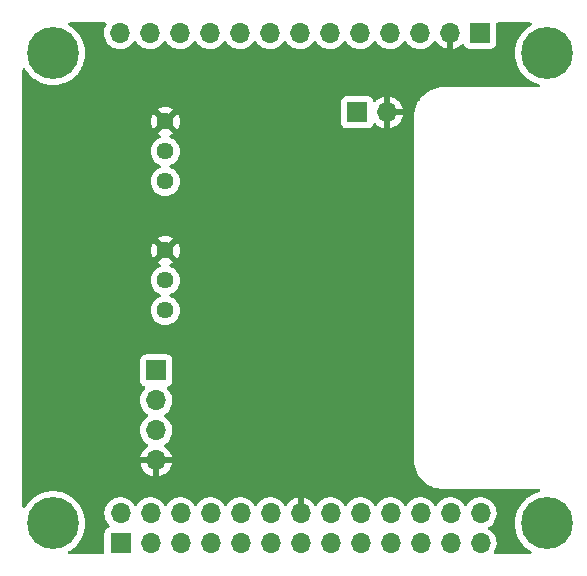
<source format=gbl>
G04 #@! TF.GenerationSoftware,KiCad,Pcbnew,6.0.11*
G04 #@! TF.CreationDate,2025-10-14T23:18:51+03:00*
G04 #@! TF.ProjectId,rns-gate,726e732d-6761-4746-952e-6b696361645f,rev?*
G04 #@! TF.SameCoordinates,Original*
G04 #@! TF.FileFunction,Copper,L2,Bot*
G04 #@! TF.FilePolarity,Positive*
%FSLAX46Y46*%
G04 Gerber Fmt 4.6, Leading zero omitted, Abs format (unit mm)*
G04 Created by KiCad (PCBNEW 6.0.11) date 2025-10-14 23:18:51*
%MOMM*%
%LPD*%
G01*
G04 APERTURE LIST*
G04 #@! TA.AperFunction,ComponentPad*
%ADD10R,1.700000X1.700000*%
G04 #@! TD*
G04 #@! TA.AperFunction,ComponentPad*
%ADD11O,1.700000X1.700000*%
G04 #@! TD*
G04 #@! TA.AperFunction,ComponentPad*
%ADD12C,0.700000*%
G04 #@! TD*
G04 #@! TA.AperFunction,ComponentPad*
%ADD13C,4.400000*%
G04 #@! TD*
G04 #@! TA.AperFunction,ComponentPad*
%ADD14C,1.440000*%
G04 #@! TD*
G04 APERTURE END LIST*
D10*
G04 #@! TO.P,J2,1,Pin_1*
G04 #@! TO.N,unconnected-(J2-Pad1)*
X170708000Y-95410000D03*
D11*
G04 #@! TO.P,J2,2,Pin_2*
G04 #@! TO.N,unconnected-(J2-Pad2)*
X170708000Y-92870000D03*
G04 #@! TO.P,J2,3,Pin_3*
G04 #@! TO.N,unconnected-(J2-Pad3)*
X173248000Y-95410000D03*
G04 #@! TO.P,J2,4,Pin_4*
G04 #@! TO.N,unconnected-(J2-Pad4)*
X173248000Y-92870000D03*
G04 #@! TO.P,J2,5,Pin_5*
G04 #@! TO.N,unconnected-(J2-Pad5)*
X175788000Y-95410000D03*
G04 #@! TO.P,J2,6,Pin_6*
G04 #@! TO.N,unconnected-(J2-Pad6)*
X175788000Y-92870000D03*
G04 #@! TO.P,J2,7,Pin_7*
G04 #@! TO.N,unconnected-(J2-Pad7)*
X178328000Y-95410000D03*
G04 #@! TO.P,J2,8,Pin_8*
G04 #@! TO.N,unconnected-(J2-Pad8)*
X178328000Y-92870000D03*
G04 #@! TO.P,J2,9,Pin_9*
G04 #@! TO.N,unconnected-(J2-Pad9)*
X180868000Y-95410000D03*
G04 #@! TO.P,J2,10,Pin_10*
G04 #@! TO.N,unconnected-(J2-Pad10)*
X180868000Y-92870000D03*
G04 #@! TO.P,J2,11,Pin_11*
G04 #@! TO.N,unconnected-(J2-Pad11)*
X183408000Y-95410000D03*
G04 #@! TO.P,J2,12,Pin_12*
G04 #@! TO.N,Net-(J2-Pad12)*
X183408000Y-92870000D03*
G04 #@! TO.P,J2,13,Pin_13*
G04 #@! TO.N,unconnected-(J2-Pad13)*
X185948000Y-95410000D03*
G04 #@! TO.P,J2,14,Pin_14*
G04 #@! TO.N,GND*
X185948000Y-92870000D03*
G04 #@! TO.P,J2,15,Pin_15*
G04 #@! TO.N,unconnected-(J2-Pad15)*
X188488000Y-95410000D03*
G04 #@! TO.P,J2,16,Pin_16*
G04 #@! TO.N,unconnected-(J2-Pad16)*
X188488000Y-92870000D03*
G04 #@! TO.P,J2,17,Pin_17*
G04 #@! TO.N,unconnected-(J2-Pad17)*
X191028000Y-95410000D03*
G04 #@! TO.P,J2,18,Pin_18*
G04 #@! TO.N,unconnected-(J2-Pad18)*
X191028000Y-92870000D03*
G04 #@! TO.P,J2,19,Pin_19*
G04 #@! TO.N,unconnected-(J2-Pad19)*
X193568000Y-95410000D03*
G04 #@! TO.P,J2,20,Pin_20*
G04 #@! TO.N,unconnected-(J2-Pad20)*
X193568000Y-92870000D03*
G04 #@! TO.P,J2,21,Pin_21*
G04 #@! TO.N,unconnected-(J2-Pad21)*
X196108000Y-95410000D03*
G04 #@! TO.P,J2,22,Pin_22*
G04 #@! TO.N,unconnected-(J2-Pad22)*
X196108000Y-92870000D03*
G04 #@! TO.P,J2,23,Pin_23*
G04 #@! TO.N,unconnected-(J2-Pad23)*
X198648000Y-95410000D03*
G04 #@! TO.P,J2,24,Pin_24*
G04 #@! TO.N,unconnected-(J2-Pad24)*
X198648000Y-92870000D03*
G04 #@! TO.P,J2,25,Pin_25*
G04 #@! TO.N,unconnected-(J2-Pad25)*
X201188000Y-95410000D03*
G04 #@! TO.P,J2,26,Pin_26*
G04 #@! TO.N,unconnected-(J2-Pad26)*
X201188000Y-92870000D03*
G04 #@! TD*
D10*
G04 #@! TO.P,J1,1,Pin_1*
G04 #@! TO.N,+5V*
X201158000Y-52210000D03*
D11*
G04 #@! TO.P,J1,2,Pin_2*
G04 #@! TO.N,GND*
X198618000Y-52210000D03*
G04 #@! TO.P,J1,3,Pin_3*
G04 #@! TO.N,unconnected-(J1-Pad3)*
X196078000Y-52210000D03*
G04 #@! TO.P,J1,4,Pin_4*
G04 #@! TO.N,unconnected-(J1-Pad4)*
X193538000Y-52210000D03*
G04 #@! TO.P,J1,5,Pin_5*
G04 #@! TO.N,unconnected-(J1-Pad5)*
X190998000Y-52210000D03*
G04 #@! TO.P,J1,6,Pin_6*
G04 #@! TO.N,unconnected-(J1-Pad6)*
X188458000Y-52210000D03*
G04 #@! TO.P,J1,7,Pin_7*
G04 #@! TO.N,unconnected-(J1-Pad7)*
X185918000Y-52210000D03*
G04 #@! TO.P,J1,8,Pin_8*
G04 #@! TO.N,Net-(J1-Pad8)*
X183378000Y-52210000D03*
G04 #@! TO.P,J1,9,Pin_9*
G04 #@! TO.N,unconnected-(J1-Pad9)*
X180838000Y-52210000D03*
G04 #@! TO.P,J1,10,Pin_10*
G04 #@! TO.N,unconnected-(J1-Pad10)*
X178298000Y-52210000D03*
G04 #@! TO.P,J1,11,Pin_11*
G04 #@! TO.N,Net-(J1-Pad11)*
X175758000Y-52210000D03*
G04 #@! TO.P,J1,12,Pin_12*
G04 #@! TO.N,Net-(J1-Pad12)*
X173218000Y-52210000D03*
G04 #@! TO.P,J1,13,Pin_13*
G04 #@! TO.N,unconnected-(J1-Pad13)*
X170678000Y-52210000D03*
G04 #@! TD*
D12*
G04 #@! TO.P,REF1,1*
G04 #@! TO.N,N/C*
X166166726Y-52743274D03*
X165000000Y-55560000D03*
D13*
X165000000Y-53910000D03*
D12*
X163833274Y-55076726D03*
X166650000Y-53910000D03*
X163350000Y-53910000D03*
X163833274Y-52743274D03*
X165000000Y-52260000D03*
X166166726Y-55076726D03*
G04 #@! TD*
G04 #@! TO.P,REF3,1*
G04 #@! TO.N,N/C*
X166166726Y-92543274D03*
X165000000Y-95360000D03*
X163350000Y-93710000D03*
X166166726Y-94876726D03*
X165000000Y-92060000D03*
X163833274Y-92543274D03*
X166650000Y-93710000D03*
X163833274Y-94876726D03*
D13*
X165000000Y-93710000D03*
G04 #@! TD*
D12*
G04 #@! TO.P,REF2,1*
G04 #@! TO.N,N/C*
X208450000Y-53910000D03*
X206800000Y-55560000D03*
X207966726Y-52743274D03*
X206800000Y-52260000D03*
D13*
X206800000Y-53910000D03*
D12*
X205150000Y-53910000D03*
X205633274Y-52743274D03*
X207966726Y-55076726D03*
X205633274Y-55076726D03*
G04 #@! TD*
G04 #@! TO.P,REF4,1*
G04 #@! TO.N,N/C*
X205633274Y-94876726D03*
X207966726Y-92543274D03*
X206800000Y-92060000D03*
X208450000Y-93710000D03*
X205150000Y-93710000D03*
X205633274Y-92543274D03*
X206800000Y-95360000D03*
D13*
X206800000Y-93710000D03*
D12*
X207966726Y-94876726D03*
G04 #@! TD*
D10*
G04 #@! TO.P,J3,1,Pin_1*
G04 #@! TO.N,+5V*
X190749000Y-58928000D03*
D11*
G04 #@! TO.P,J3,2,Pin_2*
G04 #@! TO.N,GND*
X193289000Y-58928000D03*
G04 #@! TD*
D14*
G04 #@! TO.P,RV2,1,1*
G04 #@! TO.N,Net-(C1-Pad2)*
X174498000Y-64780000D03*
G04 #@! TO.P,RV2,2,2*
G04 #@! TO.N,Net-(C2-Pad1)*
X174498000Y-62240000D03*
G04 #@! TO.P,RV2,3,3*
G04 #@! TO.N,GND*
X174498000Y-59700000D03*
G04 #@! TD*
D10*
G04 #@! TO.P,J5,1,Pin_1*
G04 #@! TO.N,Net-(J5-Pad1)*
X173736000Y-80782000D03*
D11*
G04 #@! TO.P,J5,2,Pin_2*
G04 #@! TO.N,Net-(J5-Pad2)*
X173736000Y-83322000D03*
G04 #@! TO.P,J5,3,Pin_3*
G04 #@! TO.N,Net-(Q1-Pad3)*
X173736000Y-85862000D03*
G04 #@! TO.P,J5,4,Pin_4*
G04 #@! TO.N,GND*
X173736000Y-88402000D03*
G04 #@! TD*
D14*
G04 #@! TO.P,RV1,1,1*
G04 #@! TO.N,Net-(RV1-Pad1)*
X174498000Y-75702000D03*
G04 #@! TO.P,RV1,2,2*
G04 #@! TO.N,Net-(J5-Pad2)*
X174498000Y-73162000D03*
G04 #@! TO.P,RV1,3,3*
G04 #@! TO.N,GND*
X174498000Y-70622000D03*
G04 #@! TD*
G04 #@! TA.AperFunction,Conductor*
G04 #@! TO.N,GND*
G36*
X169471221Y-51338502D02*
G01*
X169517714Y-51392158D01*
X169527818Y-51462432D01*
X169507189Y-51515503D01*
X169492743Y-51536680D01*
X169454981Y-51618031D01*
X169426273Y-51679879D01*
X169398688Y-51739305D01*
X169338989Y-51954570D01*
X169315251Y-52176695D01*
X169328110Y-52399715D01*
X169329247Y-52404761D01*
X169329248Y-52404767D01*
X169350275Y-52498069D01*
X169377222Y-52617639D01*
X169461266Y-52824616D01*
X169512942Y-52908944D01*
X169575291Y-53010688D01*
X169577987Y-53015088D01*
X169724250Y-53183938D01*
X169896126Y-53326632D01*
X170089000Y-53439338D01*
X170297692Y-53519030D01*
X170302760Y-53520061D01*
X170302763Y-53520062D01*
X170397862Y-53539410D01*
X170516597Y-53563567D01*
X170521772Y-53563757D01*
X170521774Y-53563757D01*
X170734673Y-53571564D01*
X170734677Y-53571564D01*
X170739837Y-53571753D01*
X170744957Y-53571097D01*
X170744959Y-53571097D01*
X170956288Y-53544025D01*
X170956289Y-53544025D01*
X170961416Y-53543368D01*
X170966366Y-53541883D01*
X171170429Y-53480661D01*
X171170434Y-53480659D01*
X171175384Y-53479174D01*
X171375994Y-53380896D01*
X171557860Y-53251173D01*
X171716096Y-53093489D01*
X171775594Y-53010689D01*
X171846453Y-52912077D01*
X171847776Y-52913028D01*
X171894645Y-52869857D01*
X171964580Y-52857625D01*
X172030026Y-52885144D01*
X172057875Y-52916994D01*
X172117987Y-53015088D01*
X172264250Y-53183938D01*
X172436126Y-53326632D01*
X172629000Y-53439338D01*
X172837692Y-53519030D01*
X172842760Y-53520061D01*
X172842763Y-53520062D01*
X172937862Y-53539410D01*
X173056597Y-53563567D01*
X173061772Y-53563757D01*
X173061774Y-53563757D01*
X173274673Y-53571564D01*
X173274677Y-53571564D01*
X173279837Y-53571753D01*
X173284957Y-53571097D01*
X173284959Y-53571097D01*
X173496288Y-53544025D01*
X173496289Y-53544025D01*
X173501416Y-53543368D01*
X173506366Y-53541883D01*
X173710429Y-53480661D01*
X173710434Y-53480659D01*
X173715384Y-53479174D01*
X173915994Y-53380896D01*
X174097860Y-53251173D01*
X174256096Y-53093489D01*
X174315594Y-53010689D01*
X174386453Y-52912077D01*
X174387776Y-52913028D01*
X174434645Y-52869857D01*
X174504580Y-52857625D01*
X174570026Y-52885144D01*
X174597875Y-52916994D01*
X174657987Y-53015088D01*
X174804250Y-53183938D01*
X174976126Y-53326632D01*
X175169000Y-53439338D01*
X175377692Y-53519030D01*
X175382760Y-53520061D01*
X175382763Y-53520062D01*
X175477862Y-53539410D01*
X175596597Y-53563567D01*
X175601772Y-53563757D01*
X175601774Y-53563757D01*
X175814673Y-53571564D01*
X175814677Y-53571564D01*
X175819837Y-53571753D01*
X175824957Y-53571097D01*
X175824959Y-53571097D01*
X176036288Y-53544025D01*
X176036289Y-53544025D01*
X176041416Y-53543368D01*
X176046366Y-53541883D01*
X176250429Y-53480661D01*
X176250434Y-53480659D01*
X176255384Y-53479174D01*
X176455994Y-53380896D01*
X176637860Y-53251173D01*
X176796096Y-53093489D01*
X176855594Y-53010689D01*
X176926453Y-52912077D01*
X176927776Y-52913028D01*
X176974645Y-52869857D01*
X177044580Y-52857625D01*
X177110026Y-52885144D01*
X177137875Y-52916994D01*
X177197987Y-53015088D01*
X177344250Y-53183938D01*
X177516126Y-53326632D01*
X177709000Y-53439338D01*
X177917692Y-53519030D01*
X177922760Y-53520061D01*
X177922763Y-53520062D01*
X178017862Y-53539410D01*
X178136597Y-53563567D01*
X178141772Y-53563757D01*
X178141774Y-53563757D01*
X178354673Y-53571564D01*
X178354677Y-53571564D01*
X178359837Y-53571753D01*
X178364957Y-53571097D01*
X178364959Y-53571097D01*
X178576288Y-53544025D01*
X178576289Y-53544025D01*
X178581416Y-53543368D01*
X178586366Y-53541883D01*
X178790429Y-53480661D01*
X178790434Y-53480659D01*
X178795384Y-53479174D01*
X178995994Y-53380896D01*
X179177860Y-53251173D01*
X179336096Y-53093489D01*
X179395594Y-53010689D01*
X179466453Y-52912077D01*
X179467776Y-52913028D01*
X179514645Y-52869857D01*
X179584580Y-52857625D01*
X179650026Y-52885144D01*
X179677875Y-52916994D01*
X179737987Y-53015088D01*
X179884250Y-53183938D01*
X180056126Y-53326632D01*
X180249000Y-53439338D01*
X180457692Y-53519030D01*
X180462760Y-53520061D01*
X180462763Y-53520062D01*
X180557862Y-53539410D01*
X180676597Y-53563567D01*
X180681772Y-53563757D01*
X180681774Y-53563757D01*
X180894673Y-53571564D01*
X180894677Y-53571564D01*
X180899837Y-53571753D01*
X180904957Y-53571097D01*
X180904959Y-53571097D01*
X181116288Y-53544025D01*
X181116289Y-53544025D01*
X181121416Y-53543368D01*
X181126366Y-53541883D01*
X181330429Y-53480661D01*
X181330434Y-53480659D01*
X181335384Y-53479174D01*
X181535994Y-53380896D01*
X181717860Y-53251173D01*
X181876096Y-53093489D01*
X181935594Y-53010689D01*
X182006453Y-52912077D01*
X182007776Y-52913028D01*
X182054645Y-52869857D01*
X182124580Y-52857625D01*
X182190026Y-52885144D01*
X182217875Y-52916994D01*
X182277987Y-53015088D01*
X182424250Y-53183938D01*
X182596126Y-53326632D01*
X182789000Y-53439338D01*
X182997692Y-53519030D01*
X183002760Y-53520061D01*
X183002763Y-53520062D01*
X183097862Y-53539410D01*
X183216597Y-53563567D01*
X183221772Y-53563757D01*
X183221774Y-53563757D01*
X183434673Y-53571564D01*
X183434677Y-53571564D01*
X183439837Y-53571753D01*
X183444957Y-53571097D01*
X183444959Y-53571097D01*
X183656288Y-53544025D01*
X183656289Y-53544025D01*
X183661416Y-53543368D01*
X183666366Y-53541883D01*
X183870429Y-53480661D01*
X183870434Y-53480659D01*
X183875384Y-53479174D01*
X184075994Y-53380896D01*
X184257860Y-53251173D01*
X184416096Y-53093489D01*
X184475594Y-53010689D01*
X184546453Y-52912077D01*
X184547776Y-52913028D01*
X184594645Y-52869857D01*
X184664580Y-52857625D01*
X184730026Y-52885144D01*
X184757875Y-52916994D01*
X184817987Y-53015088D01*
X184964250Y-53183938D01*
X185136126Y-53326632D01*
X185329000Y-53439338D01*
X185537692Y-53519030D01*
X185542760Y-53520061D01*
X185542763Y-53520062D01*
X185637862Y-53539410D01*
X185756597Y-53563567D01*
X185761772Y-53563757D01*
X185761774Y-53563757D01*
X185974673Y-53571564D01*
X185974677Y-53571564D01*
X185979837Y-53571753D01*
X185984957Y-53571097D01*
X185984959Y-53571097D01*
X186196288Y-53544025D01*
X186196289Y-53544025D01*
X186201416Y-53543368D01*
X186206366Y-53541883D01*
X186410429Y-53480661D01*
X186410434Y-53480659D01*
X186415384Y-53479174D01*
X186615994Y-53380896D01*
X186797860Y-53251173D01*
X186956096Y-53093489D01*
X187015594Y-53010689D01*
X187086453Y-52912077D01*
X187087776Y-52913028D01*
X187134645Y-52869857D01*
X187204580Y-52857625D01*
X187270026Y-52885144D01*
X187297875Y-52916994D01*
X187357987Y-53015088D01*
X187504250Y-53183938D01*
X187676126Y-53326632D01*
X187869000Y-53439338D01*
X188077692Y-53519030D01*
X188082760Y-53520061D01*
X188082763Y-53520062D01*
X188177862Y-53539410D01*
X188296597Y-53563567D01*
X188301772Y-53563757D01*
X188301774Y-53563757D01*
X188514673Y-53571564D01*
X188514677Y-53571564D01*
X188519837Y-53571753D01*
X188524957Y-53571097D01*
X188524959Y-53571097D01*
X188736288Y-53544025D01*
X188736289Y-53544025D01*
X188741416Y-53543368D01*
X188746366Y-53541883D01*
X188950429Y-53480661D01*
X188950434Y-53480659D01*
X188955384Y-53479174D01*
X189155994Y-53380896D01*
X189337860Y-53251173D01*
X189496096Y-53093489D01*
X189555594Y-53010689D01*
X189626453Y-52912077D01*
X189627776Y-52913028D01*
X189674645Y-52869857D01*
X189744580Y-52857625D01*
X189810026Y-52885144D01*
X189837875Y-52916994D01*
X189897987Y-53015088D01*
X190044250Y-53183938D01*
X190216126Y-53326632D01*
X190409000Y-53439338D01*
X190617692Y-53519030D01*
X190622760Y-53520061D01*
X190622763Y-53520062D01*
X190717862Y-53539410D01*
X190836597Y-53563567D01*
X190841772Y-53563757D01*
X190841774Y-53563757D01*
X191054673Y-53571564D01*
X191054677Y-53571564D01*
X191059837Y-53571753D01*
X191064957Y-53571097D01*
X191064959Y-53571097D01*
X191276288Y-53544025D01*
X191276289Y-53544025D01*
X191281416Y-53543368D01*
X191286366Y-53541883D01*
X191490429Y-53480661D01*
X191490434Y-53480659D01*
X191495384Y-53479174D01*
X191695994Y-53380896D01*
X191877860Y-53251173D01*
X192036096Y-53093489D01*
X192095594Y-53010689D01*
X192166453Y-52912077D01*
X192167776Y-52913028D01*
X192214645Y-52869857D01*
X192284580Y-52857625D01*
X192350026Y-52885144D01*
X192377875Y-52916994D01*
X192437987Y-53015088D01*
X192584250Y-53183938D01*
X192756126Y-53326632D01*
X192949000Y-53439338D01*
X193157692Y-53519030D01*
X193162760Y-53520061D01*
X193162763Y-53520062D01*
X193257862Y-53539410D01*
X193376597Y-53563567D01*
X193381772Y-53563757D01*
X193381774Y-53563757D01*
X193594673Y-53571564D01*
X193594677Y-53571564D01*
X193599837Y-53571753D01*
X193604957Y-53571097D01*
X193604959Y-53571097D01*
X193816288Y-53544025D01*
X193816289Y-53544025D01*
X193821416Y-53543368D01*
X193826366Y-53541883D01*
X194030429Y-53480661D01*
X194030434Y-53480659D01*
X194035384Y-53479174D01*
X194235994Y-53380896D01*
X194417860Y-53251173D01*
X194576096Y-53093489D01*
X194635594Y-53010689D01*
X194706453Y-52912077D01*
X194707776Y-52913028D01*
X194754645Y-52869857D01*
X194824580Y-52857625D01*
X194890026Y-52885144D01*
X194917875Y-52916994D01*
X194977987Y-53015088D01*
X195124250Y-53183938D01*
X195296126Y-53326632D01*
X195489000Y-53439338D01*
X195697692Y-53519030D01*
X195702760Y-53520061D01*
X195702763Y-53520062D01*
X195797862Y-53539410D01*
X195916597Y-53563567D01*
X195921772Y-53563757D01*
X195921774Y-53563757D01*
X196134673Y-53571564D01*
X196134677Y-53571564D01*
X196139837Y-53571753D01*
X196144957Y-53571097D01*
X196144959Y-53571097D01*
X196356288Y-53544025D01*
X196356289Y-53544025D01*
X196361416Y-53543368D01*
X196366366Y-53541883D01*
X196570429Y-53480661D01*
X196570434Y-53480659D01*
X196575384Y-53479174D01*
X196775994Y-53380896D01*
X196957860Y-53251173D01*
X197116096Y-53093489D01*
X197175594Y-53010689D01*
X197246453Y-52912077D01*
X197247640Y-52912930D01*
X197294960Y-52869362D01*
X197364897Y-52857145D01*
X197430338Y-52884678D01*
X197458166Y-52916511D01*
X197515694Y-53010388D01*
X197521777Y-53018699D01*
X197661213Y-53179667D01*
X197668580Y-53186883D01*
X197832434Y-53322916D01*
X197840881Y-53328831D01*
X198024756Y-53436279D01*
X198034042Y-53440729D01*
X198233001Y-53516703D01*
X198242899Y-53519579D01*
X198346250Y-53540606D01*
X198360299Y-53539410D01*
X198364000Y-53529065D01*
X198364000Y-52082000D01*
X198384002Y-52013879D01*
X198437658Y-51967386D01*
X198490000Y-51956000D01*
X198746000Y-51956000D01*
X198814121Y-51976002D01*
X198860614Y-52029658D01*
X198872000Y-52082000D01*
X198872000Y-53528517D01*
X198876064Y-53542359D01*
X198889478Y-53544393D01*
X198896184Y-53543534D01*
X198906262Y-53541392D01*
X199110255Y-53480191D01*
X199119842Y-53476433D01*
X199311095Y-53382739D01*
X199319945Y-53377464D01*
X199493328Y-53253792D01*
X199501193Y-53247145D01*
X199605897Y-53142805D01*
X199668268Y-53108889D01*
X199739075Y-53114077D01*
X199795837Y-53156723D01*
X199812819Y-53187826D01*
X199857385Y-53306705D01*
X199944739Y-53423261D01*
X200061295Y-53510615D01*
X200197684Y-53561745D01*
X200259866Y-53568500D01*
X202056134Y-53568500D01*
X202118316Y-53561745D01*
X202254705Y-53510615D01*
X202371261Y-53423261D01*
X202458615Y-53306705D01*
X202509745Y-53170316D01*
X202516500Y-53108134D01*
X202516500Y-51444500D01*
X202536502Y-51376379D01*
X202590158Y-51329886D01*
X202642500Y-51318500D01*
X205400281Y-51318500D01*
X205468402Y-51338502D01*
X205514895Y-51392158D01*
X205524999Y-51462432D01*
X205495505Y-51527012D01*
X205464704Y-51552785D01*
X205278074Y-51663817D01*
X205278068Y-51663821D01*
X205274814Y-51665757D01*
X205016244Y-51865243D01*
X204783513Y-52094347D01*
X204781149Y-52097314D01*
X204781146Y-52097317D01*
X204764220Y-52118558D01*
X204579991Y-52349751D01*
X204408626Y-52627757D01*
X204271902Y-52924336D01*
X204270741Y-52927940D01*
X204270741Y-52927941D01*
X204262196Y-52954477D01*
X204171797Y-53235192D01*
X204171079Y-53238903D01*
X204171078Y-53238907D01*
X204110482Y-53552105D01*
X204110481Y-53552114D01*
X204109763Y-53555824D01*
X204109496Y-53559600D01*
X204109495Y-53559605D01*
X204108635Y-53571753D01*
X204086698Y-53881585D01*
X204102936Y-54207759D01*
X204103577Y-54211490D01*
X204103578Y-54211498D01*
X204118109Y-54296060D01*
X204158241Y-54529619D01*
X204251814Y-54842504D01*
X204382297Y-55141881D01*
X204384220Y-55145152D01*
X204384222Y-55145156D01*
X204424680Y-55213977D01*
X204547802Y-55423414D01*
X204550103Y-55426429D01*
X204743631Y-55680012D01*
X204743636Y-55680017D01*
X204745931Y-55683025D01*
X204973814Y-55916953D01*
X205046635Y-55975607D01*
X205225196Y-56119431D01*
X205225201Y-56119435D01*
X205228149Y-56121809D01*
X205505253Y-56294627D01*
X205801112Y-56432903D01*
X206111440Y-56534634D01*
X206148075Y-56541921D01*
X206210984Y-56574829D01*
X206246116Y-56636524D01*
X206242316Y-56707418D01*
X206200790Y-56765004D01*
X206134723Y-56790999D01*
X206123493Y-56791500D01*
X198145250Y-56791500D01*
X198124345Y-56789754D01*
X198109344Y-56787230D01*
X198109341Y-56787230D01*
X198104552Y-56786424D01*
X198098313Y-56786348D01*
X198096860Y-56786330D01*
X198096857Y-56786330D01*
X198092000Y-56786271D01*
X198083296Y-56787517D01*
X198072503Y-56788592D01*
X197807106Y-56803496D01*
X197525795Y-56851293D01*
X197251604Y-56930286D01*
X197248336Y-56931640D01*
X197248335Y-56931640D01*
X196991250Y-57038128D01*
X196991245Y-57038130D01*
X196987982Y-57039482D01*
X196738243Y-57177508D01*
X196505528Y-57342627D01*
X196292765Y-57532765D01*
X196102627Y-57745528D01*
X196035807Y-57839703D01*
X195973005Y-57928215D01*
X195937508Y-57978243D01*
X195799482Y-58227982D01*
X195798130Y-58231245D01*
X195798128Y-58231250D01*
X195691640Y-58488335D01*
X195690286Y-58491604D01*
X195611293Y-58765795D01*
X195563496Y-59047106D01*
X195561164Y-59088636D01*
X195549065Y-59304065D01*
X195547764Y-59316377D01*
X195546309Y-59325724D01*
X195550436Y-59357283D01*
X195551500Y-59373621D01*
X195551500Y-88241033D01*
X195550000Y-88260418D01*
X195546309Y-88284124D01*
X195547473Y-88293028D01*
X195547463Y-88293850D01*
X195548034Y-88299971D01*
X195563496Y-88575294D01*
X195611293Y-88856605D01*
X195690286Y-89130796D01*
X195799482Y-89394418D01*
X195937508Y-89644157D01*
X196102627Y-89876872D01*
X196292765Y-90089635D01*
X196505528Y-90279773D01*
X196738243Y-90444892D01*
X196987982Y-90582918D01*
X196991245Y-90584270D01*
X196991250Y-90584272D01*
X197248335Y-90690760D01*
X197251604Y-90692114D01*
X197525795Y-90771107D01*
X197807106Y-90818904D01*
X198056629Y-90832916D01*
X198070462Y-90834464D01*
X198079448Y-90835976D01*
X198085966Y-90836055D01*
X198087140Y-90836070D01*
X198087143Y-90836070D01*
X198092000Y-90836129D01*
X198111704Y-90833307D01*
X198119700Y-90832162D01*
X198137532Y-90830889D01*
X202913043Y-90829717D01*
X206116880Y-90828930D01*
X206185006Y-90848915D01*
X206231512Y-90902560D01*
X206241633Y-90972831D01*
X206212156Y-91037419D01*
X206153645Y-91075456D01*
X205857804Y-91165622D01*
X205857796Y-91165625D01*
X205854167Y-91166731D01*
X205555477Y-91298781D01*
X205530041Y-91313914D01*
X205278074Y-91463817D01*
X205278068Y-91463821D01*
X205274814Y-91465757D01*
X205271812Y-91468073D01*
X205080400Y-91615747D01*
X205016244Y-91665243D01*
X204783513Y-91894347D01*
X204781149Y-91897314D01*
X204781146Y-91897317D01*
X204665362Y-92042617D01*
X204579991Y-92149751D01*
X204408626Y-92427757D01*
X204407037Y-92431204D01*
X204305009Y-92652522D01*
X204271902Y-92724336D01*
X204270741Y-92727940D01*
X204270741Y-92727941D01*
X204262196Y-92754477D01*
X204171797Y-93035192D01*
X204171079Y-93038903D01*
X204171078Y-93038907D01*
X204110482Y-93352105D01*
X204110481Y-93352114D01*
X204109763Y-93355824D01*
X204109496Y-93359600D01*
X204109495Y-93359605D01*
X204087469Y-93670689D01*
X204086698Y-93681585D01*
X204090069Y-93749292D01*
X204101994Y-93988831D01*
X204102936Y-94007759D01*
X204103577Y-94011490D01*
X204103578Y-94011498D01*
X204156881Y-94321703D01*
X204158241Y-94329619D01*
X204159329Y-94333258D01*
X204159330Y-94333261D01*
X204231464Y-94574457D01*
X204251814Y-94642504D01*
X204253327Y-94645975D01*
X204253329Y-94645981D01*
X204284929Y-94718482D01*
X204382297Y-94941881D01*
X204384220Y-94945152D01*
X204384222Y-94945156D01*
X204426584Y-95017215D01*
X204547802Y-95223414D01*
X204550103Y-95226429D01*
X204743631Y-95480012D01*
X204743636Y-95480017D01*
X204745931Y-95483025D01*
X204807931Y-95546670D01*
X204950421Y-95692939D01*
X204973814Y-95716953D01*
X205046635Y-95775607D01*
X205225196Y-95919431D01*
X205225201Y-95919435D01*
X205228149Y-95921809D01*
X205308623Y-95971997D01*
X205463501Y-96068588D01*
X205510717Y-96121608D01*
X205521773Y-96191738D01*
X205493159Y-96256713D01*
X205433959Y-96295903D01*
X205396824Y-96301500D01*
X202464846Y-96301500D01*
X202396725Y-96281498D01*
X202350232Y-96227842D01*
X202340128Y-96157568D01*
X202356187Y-96112447D01*
X202356453Y-96112077D01*
X202455430Y-95911811D01*
X202520370Y-95698069D01*
X202549529Y-95476590D01*
X202551156Y-95410000D01*
X202532852Y-95187361D01*
X202478431Y-94970702D01*
X202389354Y-94765840D01*
X202309564Y-94642504D01*
X202270822Y-94582617D01*
X202270820Y-94582614D01*
X202268014Y-94578277D01*
X202117670Y-94413051D01*
X202113619Y-94409852D01*
X202113615Y-94409848D01*
X201946414Y-94277800D01*
X201946410Y-94277798D01*
X201942359Y-94274598D01*
X201901053Y-94251796D01*
X201851084Y-94201364D01*
X201836312Y-94131921D01*
X201861428Y-94065516D01*
X201888780Y-94038909D01*
X201937764Y-94003969D01*
X202067860Y-93911173D01*
X202226096Y-93753489D01*
X202248327Y-93722552D01*
X202353435Y-93576277D01*
X202356453Y-93572077D01*
X202369995Y-93544678D01*
X202453136Y-93376453D01*
X202453137Y-93376451D01*
X202455430Y-93371811D01*
X202520370Y-93158069D01*
X202549529Y-92936590D01*
X202551156Y-92870000D01*
X202532852Y-92647361D01*
X202478431Y-92430702D01*
X202389354Y-92225840D01*
X202330705Y-92135183D01*
X202270822Y-92042617D01*
X202270820Y-92042614D01*
X202268014Y-92038277D01*
X202117670Y-91873051D01*
X202113619Y-91869852D01*
X202113615Y-91869848D01*
X201946414Y-91737800D01*
X201946410Y-91737798D01*
X201942359Y-91734598D01*
X201929614Y-91727562D01*
X201850762Y-91684034D01*
X201746789Y-91626638D01*
X201741920Y-91624914D01*
X201741916Y-91624912D01*
X201541087Y-91553795D01*
X201541083Y-91553794D01*
X201536212Y-91552069D01*
X201531119Y-91551162D01*
X201531116Y-91551161D01*
X201321373Y-91513800D01*
X201321367Y-91513799D01*
X201316284Y-91512894D01*
X201242452Y-91511992D01*
X201098081Y-91510228D01*
X201098079Y-91510228D01*
X201092911Y-91510165D01*
X200872091Y-91543955D01*
X200659756Y-91613357D01*
X200461607Y-91716507D01*
X200457474Y-91719610D01*
X200457471Y-91719612D01*
X200287100Y-91847530D01*
X200282965Y-91850635D01*
X200128629Y-92012138D01*
X200021201Y-92169621D01*
X199966293Y-92214621D01*
X199895768Y-92222792D01*
X199832021Y-92191538D01*
X199811324Y-92167054D01*
X199730822Y-92042617D01*
X199730820Y-92042614D01*
X199728014Y-92038277D01*
X199577670Y-91873051D01*
X199573619Y-91869852D01*
X199573615Y-91869848D01*
X199406414Y-91737800D01*
X199406410Y-91737798D01*
X199402359Y-91734598D01*
X199389614Y-91727562D01*
X199310762Y-91684034D01*
X199206789Y-91626638D01*
X199201920Y-91624914D01*
X199201916Y-91624912D01*
X199001087Y-91553795D01*
X199001083Y-91553794D01*
X198996212Y-91552069D01*
X198991119Y-91551162D01*
X198991116Y-91551161D01*
X198781373Y-91513800D01*
X198781367Y-91513799D01*
X198776284Y-91512894D01*
X198702452Y-91511992D01*
X198558081Y-91510228D01*
X198558079Y-91510228D01*
X198552911Y-91510165D01*
X198332091Y-91543955D01*
X198119756Y-91613357D01*
X197921607Y-91716507D01*
X197917474Y-91719610D01*
X197917471Y-91719612D01*
X197747100Y-91847530D01*
X197742965Y-91850635D01*
X197588629Y-92012138D01*
X197481201Y-92169621D01*
X197426293Y-92214621D01*
X197355768Y-92222792D01*
X197292021Y-92191538D01*
X197271324Y-92167054D01*
X197190822Y-92042617D01*
X197190820Y-92042614D01*
X197188014Y-92038277D01*
X197037670Y-91873051D01*
X197033619Y-91869852D01*
X197033615Y-91869848D01*
X196866414Y-91737800D01*
X196866410Y-91737798D01*
X196862359Y-91734598D01*
X196849614Y-91727562D01*
X196770762Y-91684034D01*
X196666789Y-91626638D01*
X196661920Y-91624914D01*
X196661916Y-91624912D01*
X196461087Y-91553795D01*
X196461083Y-91553794D01*
X196456212Y-91552069D01*
X196451119Y-91551162D01*
X196451116Y-91551161D01*
X196241373Y-91513800D01*
X196241367Y-91513799D01*
X196236284Y-91512894D01*
X196162452Y-91511992D01*
X196018081Y-91510228D01*
X196018079Y-91510228D01*
X196012911Y-91510165D01*
X195792091Y-91543955D01*
X195579756Y-91613357D01*
X195381607Y-91716507D01*
X195377474Y-91719610D01*
X195377471Y-91719612D01*
X195207100Y-91847530D01*
X195202965Y-91850635D01*
X195048629Y-92012138D01*
X194941201Y-92169621D01*
X194886293Y-92214621D01*
X194815768Y-92222792D01*
X194752021Y-92191538D01*
X194731324Y-92167054D01*
X194650822Y-92042617D01*
X194650820Y-92042614D01*
X194648014Y-92038277D01*
X194497670Y-91873051D01*
X194493619Y-91869852D01*
X194493615Y-91869848D01*
X194326414Y-91737800D01*
X194326410Y-91737798D01*
X194322359Y-91734598D01*
X194309614Y-91727562D01*
X194230762Y-91684034D01*
X194126789Y-91626638D01*
X194121920Y-91624914D01*
X194121916Y-91624912D01*
X193921087Y-91553795D01*
X193921083Y-91553794D01*
X193916212Y-91552069D01*
X193911119Y-91551162D01*
X193911116Y-91551161D01*
X193701373Y-91513800D01*
X193701367Y-91513799D01*
X193696284Y-91512894D01*
X193622452Y-91511992D01*
X193478081Y-91510228D01*
X193478079Y-91510228D01*
X193472911Y-91510165D01*
X193252091Y-91543955D01*
X193039756Y-91613357D01*
X192841607Y-91716507D01*
X192837474Y-91719610D01*
X192837471Y-91719612D01*
X192667100Y-91847530D01*
X192662965Y-91850635D01*
X192508629Y-92012138D01*
X192401201Y-92169621D01*
X192346293Y-92214621D01*
X192275768Y-92222792D01*
X192212021Y-92191538D01*
X192191324Y-92167054D01*
X192110822Y-92042617D01*
X192110820Y-92042614D01*
X192108014Y-92038277D01*
X191957670Y-91873051D01*
X191953619Y-91869852D01*
X191953615Y-91869848D01*
X191786414Y-91737800D01*
X191786410Y-91737798D01*
X191782359Y-91734598D01*
X191769614Y-91727562D01*
X191690762Y-91684034D01*
X191586789Y-91626638D01*
X191581920Y-91624914D01*
X191581916Y-91624912D01*
X191381087Y-91553795D01*
X191381083Y-91553794D01*
X191376212Y-91552069D01*
X191371119Y-91551162D01*
X191371116Y-91551161D01*
X191161373Y-91513800D01*
X191161367Y-91513799D01*
X191156284Y-91512894D01*
X191082452Y-91511992D01*
X190938081Y-91510228D01*
X190938079Y-91510228D01*
X190932911Y-91510165D01*
X190712091Y-91543955D01*
X190499756Y-91613357D01*
X190301607Y-91716507D01*
X190297474Y-91719610D01*
X190297471Y-91719612D01*
X190127100Y-91847530D01*
X190122965Y-91850635D01*
X189968629Y-92012138D01*
X189861201Y-92169621D01*
X189806293Y-92214621D01*
X189735768Y-92222792D01*
X189672021Y-92191538D01*
X189651324Y-92167054D01*
X189570822Y-92042617D01*
X189570820Y-92042614D01*
X189568014Y-92038277D01*
X189417670Y-91873051D01*
X189413619Y-91869852D01*
X189413615Y-91869848D01*
X189246414Y-91737800D01*
X189246410Y-91737798D01*
X189242359Y-91734598D01*
X189229614Y-91727562D01*
X189150762Y-91684034D01*
X189046789Y-91626638D01*
X189041920Y-91624914D01*
X189041916Y-91624912D01*
X188841087Y-91553795D01*
X188841083Y-91553794D01*
X188836212Y-91552069D01*
X188831119Y-91551162D01*
X188831116Y-91551161D01*
X188621373Y-91513800D01*
X188621367Y-91513799D01*
X188616284Y-91512894D01*
X188542452Y-91511992D01*
X188398081Y-91510228D01*
X188398079Y-91510228D01*
X188392911Y-91510165D01*
X188172091Y-91543955D01*
X187959756Y-91613357D01*
X187761607Y-91716507D01*
X187757474Y-91719610D01*
X187757471Y-91719612D01*
X187587100Y-91847530D01*
X187582965Y-91850635D01*
X187428629Y-92012138D01*
X187321204Y-92169618D01*
X187320898Y-92170066D01*
X187265987Y-92215069D01*
X187195462Y-92223240D01*
X187131715Y-92191986D01*
X187111018Y-92167502D01*
X187030426Y-92042926D01*
X187024136Y-92034757D01*
X186880806Y-91877240D01*
X186873273Y-91870215D01*
X186706139Y-91738222D01*
X186697552Y-91732517D01*
X186511117Y-91629599D01*
X186501705Y-91625369D01*
X186300959Y-91554280D01*
X186290988Y-91551646D01*
X186219837Y-91538972D01*
X186206540Y-91540432D01*
X186202000Y-91554989D01*
X186202000Y-92998000D01*
X186181998Y-93066121D01*
X186128342Y-93112614D01*
X186076000Y-93124000D01*
X185820000Y-93124000D01*
X185751879Y-93103998D01*
X185705386Y-93050342D01*
X185694000Y-92998000D01*
X185694000Y-91553102D01*
X185690082Y-91539758D01*
X185675806Y-91537771D01*
X185637324Y-91543660D01*
X185627288Y-91546051D01*
X185424868Y-91612212D01*
X185415359Y-91616209D01*
X185226463Y-91714542D01*
X185217738Y-91720036D01*
X185047433Y-91847905D01*
X185039726Y-91854748D01*
X184892590Y-92008717D01*
X184886109Y-92016722D01*
X184781498Y-92170074D01*
X184726587Y-92215076D01*
X184656062Y-92223247D01*
X184592315Y-92191993D01*
X184571618Y-92167509D01*
X184490822Y-92042617D01*
X184490820Y-92042614D01*
X184488014Y-92038277D01*
X184337670Y-91873051D01*
X184333619Y-91869852D01*
X184333615Y-91869848D01*
X184166414Y-91737800D01*
X184166410Y-91737798D01*
X184162359Y-91734598D01*
X184149614Y-91727562D01*
X184070762Y-91684034D01*
X183966789Y-91626638D01*
X183961920Y-91624914D01*
X183961916Y-91624912D01*
X183761087Y-91553795D01*
X183761083Y-91553794D01*
X183756212Y-91552069D01*
X183751119Y-91551162D01*
X183751116Y-91551161D01*
X183541373Y-91513800D01*
X183541367Y-91513799D01*
X183536284Y-91512894D01*
X183462452Y-91511992D01*
X183318081Y-91510228D01*
X183318079Y-91510228D01*
X183312911Y-91510165D01*
X183092091Y-91543955D01*
X182879756Y-91613357D01*
X182681607Y-91716507D01*
X182677474Y-91719610D01*
X182677471Y-91719612D01*
X182507100Y-91847530D01*
X182502965Y-91850635D01*
X182348629Y-92012138D01*
X182241201Y-92169621D01*
X182186293Y-92214621D01*
X182115768Y-92222792D01*
X182052021Y-92191538D01*
X182031324Y-92167054D01*
X181950822Y-92042617D01*
X181950820Y-92042614D01*
X181948014Y-92038277D01*
X181797670Y-91873051D01*
X181793619Y-91869852D01*
X181793615Y-91869848D01*
X181626414Y-91737800D01*
X181626410Y-91737798D01*
X181622359Y-91734598D01*
X181609614Y-91727562D01*
X181530762Y-91684034D01*
X181426789Y-91626638D01*
X181421920Y-91624914D01*
X181421916Y-91624912D01*
X181221087Y-91553795D01*
X181221083Y-91553794D01*
X181216212Y-91552069D01*
X181211119Y-91551162D01*
X181211116Y-91551161D01*
X181001373Y-91513800D01*
X181001367Y-91513799D01*
X180996284Y-91512894D01*
X180922452Y-91511992D01*
X180778081Y-91510228D01*
X180778079Y-91510228D01*
X180772911Y-91510165D01*
X180552091Y-91543955D01*
X180339756Y-91613357D01*
X180141607Y-91716507D01*
X180137474Y-91719610D01*
X180137471Y-91719612D01*
X179967100Y-91847530D01*
X179962965Y-91850635D01*
X179808629Y-92012138D01*
X179701201Y-92169621D01*
X179646293Y-92214621D01*
X179575768Y-92222792D01*
X179512021Y-92191538D01*
X179491324Y-92167054D01*
X179410822Y-92042617D01*
X179410820Y-92042614D01*
X179408014Y-92038277D01*
X179257670Y-91873051D01*
X179253619Y-91869852D01*
X179253615Y-91869848D01*
X179086414Y-91737800D01*
X179086410Y-91737798D01*
X179082359Y-91734598D01*
X179069614Y-91727562D01*
X178990762Y-91684034D01*
X178886789Y-91626638D01*
X178881920Y-91624914D01*
X178881916Y-91624912D01*
X178681087Y-91553795D01*
X178681083Y-91553794D01*
X178676212Y-91552069D01*
X178671119Y-91551162D01*
X178671116Y-91551161D01*
X178461373Y-91513800D01*
X178461367Y-91513799D01*
X178456284Y-91512894D01*
X178382452Y-91511992D01*
X178238081Y-91510228D01*
X178238079Y-91510228D01*
X178232911Y-91510165D01*
X178012091Y-91543955D01*
X177799756Y-91613357D01*
X177601607Y-91716507D01*
X177597474Y-91719610D01*
X177597471Y-91719612D01*
X177427100Y-91847530D01*
X177422965Y-91850635D01*
X177268629Y-92012138D01*
X177161201Y-92169621D01*
X177106293Y-92214621D01*
X177035768Y-92222792D01*
X176972021Y-92191538D01*
X176951324Y-92167054D01*
X176870822Y-92042617D01*
X176870820Y-92042614D01*
X176868014Y-92038277D01*
X176717670Y-91873051D01*
X176713619Y-91869852D01*
X176713615Y-91869848D01*
X176546414Y-91737800D01*
X176546410Y-91737798D01*
X176542359Y-91734598D01*
X176529614Y-91727562D01*
X176450762Y-91684034D01*
X176346789Y-91626638D01*
X176341920Y-91624914D01*
X176341916Y-91624912D01*
X176141087Y-91553795D01*
X176141083Y-91553794D01*
X176136212Y-91552069D01*
X176131119Y-91551162D01*
X176131116Y-91551161D01*
X175921373Y-91513800D01*
X175921367Y-91513799D01*
X175916284Y-91512894D01*
X175842452Y-91511992D01*
X175698081Y-91510228D01*
X175698079Y-91510228D01*
X175692911Y-91510165D01*
X175472091Y-91543955D01*
X175259756Y-91613357D01*
X175061607Y-91716507D01*
X175057474Y-91719610D01*
X175057471Y-91719612D01*
X174887100Y-91847530D01*
X174882965Y-91850635D01*
X174728629Y-92012138D01*
X174621201Y-92169621D01*
X174566293Y-92214621D01*
X174495768Y-92222792D01*
X174432021Y-92191538D01*
X174411324Y-92167054D01*
X174330822Y-92042617D01*
X174330820Y-92042614D01*
X174328014Y-92038277D01*
X174177670Y-91873051D01*
X174173619Y-91869852D01*
X174173615Y-91869848D01*
X174006414Y-91737800D01*
X174006410Y-91737798D01*
X174002359Y-91734598D01*
X173989614Y-91727562D01*
X173910762Y-91684034D01*
X173806789Y-91626638D01*
X173801920Y-91624914D01*
X173801916Y-91624912D01*
X173601087Y-91553795D01*
X173601083Y-91553794D01*
X173596212Y-91552069D01*
X173591119Y-91551162D01*
X173591116Y-91551161D01*
X173381373Y-91513800D01*
X173381367Y-91513799D01*
X173376284Y-91512894D01*
X173302452Y-91511992D01*
X173158081Y-91510228D01*
X173158079Y-91510228D01*
X173152911Y-91510165D01*
X172932091Y-91543955D01*
X172719756Y-91613357D01*
X172521607Y-91716507D01*
X172517474Y-91719610D01*
X172517471Y-91719612D01*
X172347100Y-91847530D01*
X172342965Y-91850635D01*
X172188629Y-92012138D01*
X172081201Y-92169621D01*
X172026293Y-92214621D01*
X171955768Y-92222792D01*
X171892021Y-92191538D01*
X171871324Y-92167054D01*
X171790822Y-92042617D01*
X171790820Y-92042614D01*
X171788014Y-92038277D01*
X171637670Y-91873051D01*
X171633619Y-91869852D01*
X171633615Y-91869848D01*
X171466414Y-91737800D01*
X171466410Y-91737798D01*
X171462359Y-91734598D01*
X171449614Y-91727562D01*
X171370762Y-91684034D01*
X171266789Y-91626638D01*
X171261920Y-91624914D01*
X171261916Y-91624912D01*
X171061087Y-91553795D01*
X171061083Y-91553794D01*
X171056212Y-91552069D01*
X171051119Y-91551162D01*
X171051116Y-91551161D01*
X170841373Y-91513800D01*
X170841367Y-91513799D01*
X170836284Y-91512894D01*
X170762452Y-91511992D01*
X170618081Y-91510228D01*
X170618079Y-91510228D01*
X170612911Y-91510165D01*
X170392091Y-91543955D01*
X170179756Y-91613357D01*
X169981607Y-91716507D01*
X169977474Y-91719610D01*
X169977471Y-91719612D01*
X169807100Y-91847530D01*
X169802965Y-91850635D01*
X169648629Y-92012138D01*
X169522743Y-92196680D01*
X169507003Y-92230590D01*
X169435133Y-92385421D01*
X169428688Y-92399305D01*
X169368989Y-92614570D01*
X169345251Y-92836695D01*
X169345548Y-92841848D01*
X169345548Y-92841851D01*
X169351011Y-92936590D01*
X169358110Y-93059715D01*
X169359247Y-93064761D01*
X169359248Y-93064767D01*
X169370031Y-93112614D01*
X169407222Y-93277639D01*
X169491266Y-93484616D01*
X169542019Y-93567438D01*
X169605291Y-93670688D01*
X169607987Y-93675088D01*
X169754250Y-93843938D01*
X169758230Y-93847242D01*
X169762981Y-93851187D01*
X169802616Y-93910090D01*
X169804113Y-93981071D01*
X169766997Y-94041593D01*
X169726725Y-94066112D01*
X169657485Y-94092069D01*
X169611295Y-94109385D01*
X169494739Y-94196739D01*
X169407385Y-94313295D01*
X169356255Y-94449684D01*
X169349500Y-94511866D01*
X169349500Y-96175500D01*
X169329498Y-96243621D01*
X169275842Y-96290114D01*
X169223500Y-96301500D01*
X166398826Y-96301500D01*
X166330705Y-96281498D01*
X166284212Y-96227842D01*
X166274108Y-96157568D01*
X166303602Y-96092988D01*
X166335541Y-96066546D01*
X166407729Y-96024616D01*
X166501601Y-95970091D01*
X166762245Y-95773324D01*
X166997363Y-95546670D01*
X167108630Y-95410000D01*
X167201155Y-95296351D01*
X167201158Y-95296347D01*
X167203549Y-95293410D01*
X167377815Y-95017215D01*
X167517638Y-94722084D01*
X167521797Y-94709618D01*
X167619790Y-94415897D01*
X167619792Y-94415891D01*
X167620992Y-94412293D01*
X167686381Y-94092329D01*
X167687063Y-94083955D01*
X167704798Y-93865899D01*
X167712856Y-93766826D01*
X167713451Y-93710000D01*
X167711582Y-93678990D01*
X167694026Y-93387793D01*
X167694026Y-93387789D01*
X167693798Y-93384015D01*
X167691570Y-93371811D01*
X167635805Y-93066473D01*
X167635804Y-93066469D01*
X167635125Y-93062751D01*
X167627722Y-93038907D01*
X167539404Y-92754477D01*
X167538282Y-92750863D01*
X167404670Y-92452869D01*
X167236226Y-92173084D01*
X167233899Y-92170100D01*
X167233894Y-92170093D01*
X167037726Y-91918558D01*
X167037724Y-91918556D01*
X167035390Y-91915563D01*
X166805070Y-91684034D01*
X166548603Y-91481852D01*
X166269705Y-91311945D01*
X166266261Y-91310379D01*
X166266257Y-91310377D01*
X166129026Y-91247982D01*
X165972414Y-91176775D01*
X165661037Y-91078300D01*
X165443492Y-91037390D01*
X165343809Y-91018645D01*
X165343807Y-91018645D01*
X165340086Y-91017945D01*
X165014208Y-90996586D01*
X165010428Y-90996794D01*
X165010427Y-90996794D01*
X164912897Y-91002162D01*
X164688124Y-91014532D01*
X164684397Y-91015193D01*
X164684393Y-91015193D01*
X164539923Y-91040797D01*
X164366557Y-91071522D01*
X164362941Y-91072624D01*
X164362933Y-91072626D01*
X164057789Y-91165627D01*
X164054167Y-91166731D01*
X163755477Y-91298781D01*
X163730041Y-91313914D01*
X163478074Y-91463817D01*
X163478068Y-91463821D01*
X163474814Y-91465757D01*
X163471812Y-91468073D01*
X163280400Y-91615747D01*
X163216244Y-91665243D01*
X162983513Y-91894347D01*
X162981149Y-91897314D01*
X162981146Y-91897317D01*
X162865362Y-92042617D01*
X162779991Y-92149751D01*
X162739729Y-92215069D01*
X162641760Y-92374004D01*
X162588988Y-92421497D01*
X162518916Y-92432921D01*
X162453793Y-92404647D01*
X162414293Y-92345653D01*
X162408500Y-92307888D01*
X162408500Y-88669966D01*
X172404257Y-88669966D01*
X172434565Y-88804446D01*
X172437645Y-88814275D01*
X172517770Y-89011603D01*
X172522413Y-89020794D01*
X172633694Y-89202388D01*
X172639777Y-89210699D01*
X172779213Y-89371667D01*
X172786580Y-89378883D01*
X172950434Y-89514916D01*
X172958881Y-89520831D01*
X173142756Y-89628279D01*
X173152042Y-89632729D01*
X173351001Y-89708703D01*
X173360899Y-89711579D01*
X173464250Y-89732606D01*
X173478299Y-89731410D01*
X173482000Y-89721065D01*
X173482000Y-89720517D01*
X173990000Y-89720517D01*
X173994064Y-89734359D01*
X174007478Y-89736393D01*
X174014184Y-89735534D01*
X174024262Y-89733392D01*
X174228255Y-89672191D01*
X174237842Y-89668433D01*
X174429095Y-89574739D01*
X174437945Y-89569464D01*
X174611328Y-89445792D01*
X174619200Y-89439139D01*
X174770052Y-89288812D01*
X174776730Y-89280965D01*
X174901003Y-89108020D01*
X174906313Y-89099183D01*
X175000670Y-88908267D01*
X175004469Y-88898672D01*
X175066377Y-88694910D01*
X175068555Y-88684837D01*
X175069986Y-88673962D01*
X175067775Y-88659778D01*
X175054617Y-88656000D01*
X174008115Y-88656000D01*
X173992876Y-88660475D01*
X173991671Y-88661865D01*
X173990000Y-88669548D01*
X173990000Y-89720517D01*
X173482000Y-89720517D01*
X173482000Y-88674115D01*
X173477525Y-88658876D01*
X173476135Y-88657671D01*
X173468452Y-88656000D01*
X172419225Y-88656000D01*
X172405694Y-88659973D01*
X172404257Y-88669966D01*
X162408500Y-88669966D01*
X162408500Y-85828695D01*
X172373251Y-85828695D01*
X172373548Y-85833848D01*
X172373548Y-85833851D01*
X172379011Y-85928590D01*
X172386110Y-86051715D01*
X172387247Y-86056761D01*
X172387248Y-86056767D01*
X172407119Y-86144939D01*
X172435222Y-86269639D01*
X172519266Y-86476616D01*
X172635987Y-86667088D01*
X172782250Y-86835938D01*
X172954126Y-86978632D01*
X173027955Y-87021774D01*
X173076679Y-87073412D01*
X173089750Y-87143195D01*
X173063019Y-87208967D01*
X173022562Y-87242327D01*
X173014457Y-87246546D01*
X173005738Y-87252036D01*
X172835433Y-87379905D01*
X172827726Y-87386748D01*
X172680590Y-87540717D01*
X172674104Y-87548727D01*
X172554098Y-87724649D01*
X172549000Y-87733623D01*
X172459338Y-87926783D01*
X172455775Y-87936470D01*
X172400389Y-88136183D01*
X172401912Y-88144607D01*
X172414292Y-88148000D01*
X175054344Y-88148000D01*
X175067875Y-88144027D01*
X175069180Y-88134947D01*
X175027214Y-87967875D01*
X175023894Y-87958124D01*
X174938972Y-87762814D01*
X174934105Y-87753739D01*
X174818426Y-87574926D01*
X174812136Y-87566757D01*
X174668806Y-87409240D01*
X174661273Y-87402215D01*
X174494139Y-87270222D01*
X174485556Y-87264520D01*
X174448602Y-87244120D01*
X174398631Y-87193687D01*
X174383859Y-87124245D01*
X174408975Y-87057839D01*
X174436327Y-87031232D01*
X174459797Y-87014491D01*
X174615860Y-86903173D01*
X174774096Y-86745489D01*
X174833594Y-86662689D01*
X174901435Y-86568277D01*
X174904453Y-86564077D01*
X175003430Y-86363811D01*
X175068370Y-86150069D01*
X175097529Y-85928590D01*
X175099156Y-85862000D01*
X175080852Y-85639361D01*
X175026431Y-85422702D01*
X174937354Y-85217840D01*
X174816014Y-85030277D01*
X174665670Y-84865051D01*
X174661619Y-84861852D01*
X174661615Y-84861848D01*
X174494414Y-84729800D01*
X174494410Y-84729798D01*
X174490359Y-84726598D01*
X174449053Y-84703796D01*
X174399084Y-84653364D01*
X174384312Y-84583921D01*
X174409428Y-84517516D01*
X174436780Y-84490909D01*
X174480603Y-84459650D01*
X174615860Y-84363173D01*
X174774096Y-84205489D01*
X174833594Y-84122689D01*
X174901435Y-84028277D01*
X174904453Y-84024077D01*
X175003430Y-83823811D01*
X175068370Y-83610069D01*
X175097529Y-83388590D01*
X175099156Y-83322000D01*
X175080852Y-83099361D01*
X175026431Y-82882702D01*
X174937354Y-82677840D01*
X174816014Y-82490277D01*
X174812532Y-82486450D01*
X174668798Y-82328488D01*
X174637746Y-82264642D01*
X174646141Y-82194143D01*
X174691317Y-82139375D01*
X174717761Y-82125706D01*
X174824297Y-82085767D01*
X174832705Y-82082615D01*
X174949261Y-81995261D01*
X175036615Y-81878705D01*
X175087745Y-81742316D01*
X175094500Y-81680134D01*
X175094500Y-79883866D01*
X175087745Y-79821684D01*
X175036615Y-79685295D01*
X174949261Y-79568739D01*
X174832705Y-79481385D01*
X174696316Y-79430255D01*
X174634134Y-79423500D01*
X172837866Y-79423500D01*
X172775684Y-79430255D01*
X172639295Y-79481385D01*
X172522739Y-79568739D01*
X172435385Y-79685295D01*
X172384255Y-79821684D01*
X172377500Y-79883866D01*
X172377500Y-81680134D01*
X172384255Y-81742316D01*
X172435385Y-81878705D01*
X172522739Y-81995261D01*
X172639295Y-82082615D01*
X172647704Y-82085767D01*
X172647705Y-82085768D01*
X172756451Y-82126535D01*
X172813216Y-82169176D01*
X172837916Y-82235738D01*
X172822709Y-82305087D01*
X172803316Y-82331568D01*
X172676629Y-82464138D01*
X172550743Y-82648680D01*
X172456688Y-82851305D01*
X172396989Y-83066570D01*
X172373251Y-83288695D01*
X172373548Y-83293848D01*
X172373548Y-83293851D01*
X172379011Y-83388590D01*
X172386110Y-83511715D01*
X172387247Y-83516761D01*
X172387248Y-83516767D01*
X172407119Y-83604939D01*
X172435222Y-83729639D01*
X172519266Y-83936616D01*
X172635987Y-84127088D01*
X172782250Y-84295938D01*
X172954126Y-84438632D01*
X173024595Y-84479811D01*
X173027445Y-84481476D01*
X173076169Y-84533114D01*
X173089240Y-84602897D01*
X173062509Y-84668669D01*
X173022055Y-84702027D01*
X173009607Y-84708507D01*
X173005474Y-84711610D01*
X173005471Y-84711612D01*
X172981247Y-84729800D01*
X172830965Y-84842635D01*
X172676629Y-85004138D01*
X172550743Y-85188680D01*
X172456688Y-85391305D01*
X172396989Y-85606570D01*
X172373251Y-85828695D01*
X162408500Y-85828695D01*
X162408500Y-75702000D01*
X173264807Y-75702000D01*
X173283542Y-75916142D01*
X173339178Y-76123777D01*
X173430024Y-76318596D01*
X173553319Y-76494681D01*
X173705319Y-76646681D01*
X173881403Y-76769976D01*
X173886381Y-76772297D01*
X173886384Y-76772299D01*
X174071241Y-76858499D01*
X174076223Y-76860822D01*
X174081531Y-76862244D01*
X174081533Y-76862245D01*
X174278543Y-76915034D01*
X174278545Y-76915034D01*
X174283858Y-76916458D01*
X174498000Y-76935193D01*
X174712142Y-76916458D01*
X174717455Y-76915034D01*
X174717457Y-76915034D01*
X174914467Y-76862245D01*
X174914469Y-76862244D01*
X174919777Y-76860822D01*
X174924759Y-76858499D01*
X175109616Y-76772299D01*
X175109619Y-76772297D01*
X175114597Y-76769976D01*
X175290681Y-76646681D01*
X175442681Y-76494681D01*
X175565976Y-76318596D01*
X175656822Y-76123777D01*
X175712458Y-75916142D01*
X175731193Y-75702000D01*
X175712458Y-75487858D01*
X175656822Y-75280223D01*
X175565976Y-75085404D01*
X175442681Y-74909319D01*
X175290681Y-74757319D01*
X175114597Y-74634024D01*
X175109619Y-74631703D01*
X175109616Y-74631701D01*
X174926247Y-74546195D01*
X174872962Y-74499278D01*
X174853501Y-74431000D01*
X174874043Y-74363041D01*
X174926247Y-74317805D01*
X175109616Y-74232299D01*
X175109619Y-74232297D01*
X175114597Y-74229976D01*
X175290681Y-74106681D01*
X175442681Y-73954681D01*
X175565976Y-73778596D01*
X175656822Y-73583777D01*
X175712458Y-73376142D01*
X175731193Y-73162000D01*
X175712458Y-72947858D01*
X175656822Y-72740223D01*
X175565976Y-72545404D01*
X175442681Y-72369319D01*
X175290681Y-72217319D01*
X175114597Y-72094024D01*
X175109619Y-72091703D01*
X175109616Y-72091701D01*
X174925656Y-72005919D01*
X174872371Y-71959002D01*
X174852910Y-71890724D01*
X174873452Y-71822764D01*
X174925656Y-71777529D01*
X175109359Y-71691868D01*
X175118854Y-71686385D01*
X175153607Y-71662051D01*
X175161983Y-71651572D01*
X175154916Y-71638127D01*
X174510811Y-70994021D01*
X174496868Y-70986408D01*
X174495034Y-70986539D01*
X174488420Y-70990790D01*
X173840360Y-71638851D01*
X173833933Y-71650621D01*
X173843227Y-71662635D01*
X173877146Y-71686385D01*
X173886641Y-71691868D01*
X174070344Y-71777529D01*
X174123629Y-71824446D01*
X174143090Y-71892723D01*
X174122548Y-71960683D01*
X174070344Y-72005919D01*
X173886385Y-72091701D01*
X173886382Y-72091703D01*
X173881404Y-72094024D01*
X173705319Y-72217319D01*
X173553319Y-72369319D01*
X173430024Y-72545404D01*
X173339178Y-72740223D01*
X173283542Y-72947858D01*
X173264807Y-73162000D01*
X173283542Y-73376142D01*
X173339178Y-73583777D01*
X173430024Y-73778596D01*
X173553319Y-73954681D01*
X173705319Y-74106681D01*
X173881403Y-74229976D01*
X173886381Y-74232297D01*
X173886384Y-74232299D01*
X174069753Y-74317805D01*
X174123038Y-74364722D01*
X174142499Y-74433000D01*
X174121957Y-74500959D01*
X174069753Y-74546195D01*
X173886385Y-74631701D01*
X173886382Y-74631703D01*
X173881404Y-74634024D01*
X173705319Y-74757319D01*
X173553319Y-74909319D01*
X173430024Y-75085404D01*
X173339178Y-75280223D01*
X173283542Y-75487858D01*
X173264807Y-75702000D01*
X162408500Y-75702000D01*
X162408500Y-70627475D01*
X173265788Y-70627475D01*
X173283557Y-70830575D01*
X173285460Y-70841368D01*
X173338226Y-71038295D01*
X173341972Y-71048587D01*
X173428135Y-71233364D01*
X173433613Y-71242850D01*
X173457949Y-71277607D01*
X173468428Y-71285983D01*
X173481872Y-71278917D01*
X174125979Y-70634811D01*
X174132356Y-70623132D01*
X174862408Y-70623132D01*
X174862539Y-70624966D01*
X174866790Y-70631580D01*
X175514851Y-71279640D01*
X175526621Y-71286067D01*
X175538635Y-71276772D01*
X175562387Y-71242850D01*
X175567865Y-71233364D01*
X175654028Y-71048587D01*
X175657774Y-71038295D01*
X175710540Y-70841368D01*
X175712443Y-70830575D01*
X175730212Y-70627475D01*
X175730212Y-70616525D01*
X175712443Y-70413425D01*
X175710540Y-70402632D01*
X175657774Y-70205705D01*
X175654028Y-70195413D01*
X175567865Y-70010636D01*
X175562387Y-70001150D01*
X175538051Y-69966393D01*
X175527572Y-69958017D01*
X175514128Y-69965083D01*
X174870021Y-70609189D01*
X174862408Y-70623132D01*
X174132356Y-70623132D01*
X174133592Y-70620868D01*
X174133461Y-70619034D01*
X174129210Y-70612420D01*
X173481149Y-69964360D01*
X173469379Y-69957933D01*
X173457365Y-69967228D01*
X173433613Y-70001150D01*
X173428135Y-70010636D01*
X173341972Y-70195413D01*
X173338226Y-70205705D01*
X173285460Y-70402632D01*
X173283557Y-70413425D01*
X173265788Y-70616525D01*
X173265788Y-70627475D01*
X162408500Y-70627475D01*
X162408500Y-69592428D01*
X173834017Y-69592428D01*
X173841083Y-69605872D01*
X174485189Y-70249979D01*
X174499132Y-70257592D01*
X174500966Y-70257461D01*
X174507580Y-70253210D01*
X175155640Y-69605149D01*
X175162067Y-69593379D01*
X175152773Y-69581365D01*
X175118854Y-69557615D01*
X175109359Y-69552132D01*
X174924587Y-69465972D01*
X174914295Y-69462226D01*
X174717368Y-69409460D01*
X174706575Y-69407557D01*
X174503475Y-69389788D01*
X174492525Y-69389788D01*
X174289425Y-69407557D01*
X174278632Y-69409460D01*
X174081705Y-69462226D01*
X174071413Y-69465972D01*
X173886636Y-69552135D01*
X173877150Y-69557613D01*
X173842393Y-69581949D01*
X173834017Y-69592428D01*
X162408500Y-69592428D01*
X162408500Y-64780000D01*
X173264807Y-64780000D01*
X173283542Y-64994142D01*
X173339178Y-65201777D01*
X173430024Y-65396596D01*
X173553319Y-65572681D01*
X173705319Y-65724681D01*
X173881403Y-65847976D01*
X173886381Y-65850297D01*
X173886384Y-65850299D01*
X174071241Y-65936499D01*
X174076223Y-65938822D01*
X174081531Y-65940244D01*
X174081533Y-65940245D01*
X174278543Y-65993034D01*
X174278545Y-65993034D01*
X174283858Y-65994458D01*
X174498000Y-66013193D01*
X174712142Y-65994458D01*
X174717455Y-65993034D01*
X174717457Y-65993034D01*
X174914467Y-65940245D01*
X174914469Y-65940244D01*
X174919777Y-65938822D01*
X174924759Y-65936499D01*
X175109616Y-65850299D01*
X175109619Y-65850297D01*
X175114597Y-65847976D01*
X175290681Y-65724681D01*
X175442681Y-65572681D01*
X175565976Y-65396596D01*
X175656822Y-65201777D01*
X175712458Y-64994142D01*
X175731193Y-64780000D01*
X175712458Y-64565858D01*
X175656822Y-64358223D01*
X175565976Y-64163404D01*
X175442681Y-63987319D01*
X175290681Y-63835319D01*
X175114597Y-63712024D01*
X175109619Y-63709703D01*
X175109616Y-63709701D01*
X174926247Y-63624195D01*
X174872962Y-63577278D01*
X174853501Y-63509000D01*
X174874043Y-63441041D01*
X174926247Y-63395805D01*
X175109616Y-63310299D01*
X175109619Y-63310297D01*
X175114597Y-63307976D01*
X175290681Y-63184681D01*
X175442681Y-63032681D01*
X175565976Y-62856596D01*
X175656822Y-62661777D01*
X175712458Y-62454142D01*
X175731193Y-62240000D01*
X175712458Y-62025858D01*
X175656822Y-61818223D01*
X175565976Y-61623404D01*
X175442681Y-61447319D01*
X175290681Y-61295319D01*
X175114597Y-61172024D01*
X175109619Y-61169703D01*
X175109616Y-61169701D01*
X174925656Y-61083919D01*
X174872371Y-61037002D01*
X174852910Y-60968724D01*
X174873452Y-60900764D01*
X174925656Y-60855529D01*
X175109359Y-60769868D01*
X175118854Y-60764385D01*
X175153607Y-60740051D01*
X175161983Y-60729572D01*
X175154916Y-60716127D01*
X174510811Y-60072021D01*
X174496868Y-60064408D01*
X174495034Y-60064539D01*
X174488420Y-60068790D01*
X173840360Y-60716851D01*
X173833933Y-60728621D01*
X173843227Y-60740635D01*
X173877146Y-60764385D01*
X173886641Y-60769868D01*
X174070344Y-60855529D01*
X174123629Y-60902446D01*
X174143090Y-60970723D01*
X174122548Y-61038683D01*
X174070344Y-61083919D01*
X173886385Y-61169701D01*
X173886382Y-61169703D01*
X173881404Y-61172024D01*
X173705319Y-61295319D01*
X173553319Y-61447319D01*
X173430024Y-61623404D01*
X173339178Y-61818223D01*
X173283542Y-62025858D01*
X173264807Y-62240000D01*
X173283542Y-62454142D01*
X173339178Y-62661777D01*
X173430024Y-62856596D01*
X173553319Y-63032681D01*
X173705319Y-63184681D01*
X173881403Y-63307976D01*
X173886381Y-63310297D01*
X173886384Y-63310299D01*
X174069753Y-63395805D01*
X174123038Y-63442722D01*
X174142499Y-63511000D01*
X174121957Y-63578959D01*
X174069753Y-63624195D01*
X173886385Y-63709701D01*
X173886382Y-63709703D01*
X173881404Y-63712024D01*
X173705319Y-63835319D01*
X173553319Y-63987319D01*
X173430024Y-64163404D01*
X173339178Y-64358223D01*
X173283542Y-64565858D01*
X173264807Y-64780000D01*
X162408500Y-64780000D01*
X162408500Y-59705475D01*
X173265788Y-59705475D01*
X173283557Y-59908575D01*
X173285460Y-59919368D01*
X173338226Y-60116295D01*
X173341972Y-60126587D01*
X173428135Y-60311364D01*
X173433613Y-60320850D01*
X173457949Y-60355607D01*
X173468428Y-60363983D01*
X173481872Y-60356917D01*
X174125979Y-59712811D01*
X174132356Y-59701132D01*
X174862408Y-59701132D01*
X174862539Y-59702966D01*
X174866790Y-59709580D01*
X175514851Y-60357640D01*
X175526621Y-60364067D01*
X175538635Y-60354772D01*
X175562387Y-60320850D01*
X175567865Y-60311364D01*
X175654028Y-60126587D01*
X175657774Y-60116295D01*
X175710540Y-59919368D01*
X175712443Y-59908575D01*
X175719656Y-59826134D01*
X189390500Y-59826134D01*
X189397255Y-59888316D01*
X189448385Y-60024705D01*
X189535739Y-60141261D01*
X189652295Y-60228615D01*
X189788684Y-60279745D01*
X189850866Y-60286500D01*
X191647134Y-60286500D01*
X191709316Y-60279745D01*
X191845705Y-60228615D01*
X191962261Y-60141261D01*
X192049615Y-60024705D01*
X192089104Y-59919368D01*
X192093798Y-59906848D01*
X192136440Y-59850084D01*
X192203001Y-59825384D01*
X192272350Y-59840592D01*
X192307017Y-59868580D01*
X192332218Y-59897673D01*
X192339580Y-59904883D01*
X192503434Y-60040916D01*
X192511881Y-60046831D01*
X192695756Y-60154279D01*
X192705042Y-60158729D01*
X192904001Y-60234703D01*
X192913899Y-60237579D01*
X193017250Y-60258606D01*
X193031299Y-60257410D01*
X193035000Y-60247065D01*
X193035000Y-60246517D01*
X193543000Y-60246517D01*
X193547064Y-60260359D01*
X193560478Y-60262393D01*
X193567184Y-60261534D01*
X193577262Y-60259392D01*
X193781255Y-60198191D01*
X193790842Y-60194433D01*
X193982095Y-60100739D01*
X193990945Y-60095464D01*
X194164328Y-59971792D01*
X194172200Y-59965139D01*
X194323052Y-59814812D01*
X194329730Y-59806965D01*
X194454003Y-59634020D01*
X194459313Y-59625183D01*
X194553670Y-59434267D01*
X194557469Y-59424672D01*
X194619377Y-59220910D01*
X194621555Y-59210837D01*
X194622986Y-59199962D01*
X194620775Y-59185778D01*
X194607617Y-59182000D01*
X193561115Y-59182000D01*
X193545876Y-59186475D01*
X193544671Y-59187865D01*
X193543000Y-59195548D01*
X193543000Y-60246517D01*
X193035000Y-60246517D01*
X193035000Y-58655885D01*
X193543000Y-58655885D01*
X193547475Y-58671124D01*
X193548865Y-58672329D01*
X193556548Y-58674000D01*
X194607344Y-58674000D01*
X194620875Y-58670027D01*
X194622180Y-58660947D01*
X194580214Y-58493875D01*
X194576894Y-58484124D01*
X194491972Y-58288814D01*
X194487105Y-58279739D01*
X194371426Y-58100926D01*
X194365136Y-58092757D01*
X194221806Y-57935240D01*
X194214273Y-57928215D01*
X194047139Y-57796222D01*
X194038552Y-57790517D01*
X193852117Y-57687599D01*
X193842705Y-57683369D01*
X193641959Y-57612280D01*
X193631988Y-57609646D01*
X193560837Y-57596972D01*
X193547540Y-57598432D01*
X193543000Y-57612989D01*
X193543000Y-58655885D01*
X193035000Y-58655885D01*
X193035000Y-57611102D01*
X193031082Y-57597758D01*
X193016806Y-57595771D01*
X192978324Y-57601660D01*
X192968288Y-57604051D01*
X192765868Y-57670212D01*
X192756359Y-57674209D01*
X192567463Y-57772542D01*
X192558738Y-57778036D01*
X192388433Y-57905905D01*
X192380726Y-57912748D01*
X192303478Y-57993584D01*
X192241954Y-58029014D01*
X192171042Y-58025557D01*
X192113255Y-57984311D01*
X192094402Y-57950763D01*
X192052767Y-57839703D01*
X192049615Y-57831295D01*
X191962261Y-57714739D01*
X191845705Y-57627385D01*
X191709316Y-57576255D01*
X191647134Y-57569500D01*
X189850866Y-57569500D01*
X189788684Y-57576255D01*
X189652295Y-57627385D01*
X189535739Y-57714739D01*
X189448385Y-57831295D01*
X189397255Y-57967684D01*
X189390500Y-58029866D01*
X189390500Y-59826134D01*
X175719656Y-59826134D01*
X175730212Y-59705475D01*
X175730212Y-59694525D01*
X175712443Y-59491425D01*
X175710540Y-59480632D01*
X175657774Y-59283705D01*
X175654028Y-59273413D01*
X175567865Y-59088636D01*
X175562387Y-59079150D01*
X175538051Y-59044393D01*
X175527572Y-59036017D01*
X175514128Y-59043083D01*
X174870021Y-59687189D01*
X174862408Y-59701132D01*
X174132356Y-59701132D01*
X174133592Y-59698868D01*
X174133461Y-59697034D01*
X174129210Y-59690420D01*
X173481149Y-59042360D01*
X173469379Y-59035933D01*
X173457365Y-59045228D01*
X173433613Y-59079150D01*
X173428135Y-59088636D01*
X173341972Y-59273413D01*
X173338226Y-59283705D01*
X173285460Y-59480632D01*
X173283557Y-59491425D01*
X173265788Y-59694525D01*
X173265788Y-59705475D01*
X162408500Y-59705475D01*
X162408500Y-58670428D01*
X173834017Y-58670428D01*
X173841083Y-58683872D01*
X174485189Y-59327979D01*
X174499132Y-59335592D01*
X174500966Y-59335461D01*
X174507580Y-59331210D01*
X175155640Y-58683149D01*
X175162067Y-58671379D01*
X175152773Y-58659365D01*
X175118854Y-58635615D01*
X175109359Y-58630132D01*
X174924587Y-58543972D01*
X174914295Y-58540226D01*
X174717368Y-58487460D01*
X174706575Y-58485557D01*
X174503475Y-58467788D01*
X174492525Y-58467788D01*
X174289425Y-58485557D01*
X174278632Y-58487460D01*
X174081705Y-58540226D01*
X174071413Y-58543972D01*
X173886636Y-58630135D01*
X173877150Y-58635613D01*
X173842393Y-58659949D01*
X173834017Y-58670428D01*
X162408500Y-58670428D01*
X162408500Y-55309201D01*
X162428502Y-55241080D01*
X162482158Y-55194587D01*
X162552432Y-55184483D01*
X162617012Y-55213977D01*
X162643121Y-55245346D01*
X162747802Y-55423414D01*
X162750103Y-55426429D01*
X162943631Y-55680012D01*
X162943636Y-55680017D01*
X162945931Y-55683025D01*
X163173814Y-55916953D01*
X163246635Y-55975607D01*
X163425196Y-56119431D01*
X163425201Y-56119435D01*
X163428149Y-56121809D01*
X163705253Y-56294627D01*
X164001112Y-56432903D01*
X164311440Y-56534634D01*
X164631742Y-56598346D01*
X164635514Y-56598633D01*
X164635522Y-56598634D01*
X164953602Y-56622829D01*
X164953607Y-56622829D01*
X164957379Y-56623116D01*
X165283633Y-56608586D01*
X165343425Y-56598634D01*
X165602037Y-56555590D01*
X165602042Y-56555589D01*
X165605778Y-56554967D01*
X165919149Y-56463034D01*
X165922616Y-56461544D01*
X165922620Y-56461543D01*
X166215721Y-56335616D01*
X166215723Y-56335615D01*
X166219205Y-56334119D01*
X166501601Y-56170091D01*
X166762245Y-55973324D01*
X166997363Y-55746670D01*
X167080601Y-55644429D01*
X167201155Y-55496351D01*
X167201158Y-55496347D01*
X167203549Y-55493410D01*
X167327844Y-55296414D01*
X167375788Y-55220428D01*
X167375790Y-55220425D01*
X167377815Y-55217215D01*
X167388536Y-55194587D01*
X167516009Y-54925522D01*
X167517638Y-54922084D01*
X167544188Y-54842504D01*
X167619790Y-54615897D01*
X167619792Y-54615891D01*
X167620992Y-54612293D01*
X167686381Y-54292329D01*
X167692956Y-54211498D01*
X167712674Y-53969061D01*
X167712856Y-53966826D01*
X167713451Y-53910000D01*
X167711510Y-53877796D01*
X167694026Y-53587793D01*
X167694026Y-53587789D01*
X167693798Y-53584015D01*
X167691525Y-53571564D01*
X167635805Y-53266473D01*
X167635804Y-53266469D01*
X167635125Y-53262751D01*
X167630399Y-53247529D01*
X167539404Y-52954477D01*
X167538282Y-52950863D01*
X167404670Y-52652869D01*
X167236226Y-52373084D01*
X167233899Y-52370100D01*
X167233894Y-52370093D01*
X167037726Y-52118558D01*
X167037724Y-52118556D01*
X167035390Y-52115563D01*
X166805070Y-51884034D01*
X166548603Y-51681852D01*
X166545378Y-51679887D01*
X166545366Y-51679879D01*
X166335627Y-51552104D01*
X166287858Y-51499582D01*
X166276069Y-51429571D01*
X166304001Y-51364300D01*
X166362787Y-51324492D01*
X166401181Y-51318500D01*
X169403100Y-51318500D01*
X169471221Y-51338502D01*
G37*
G04 #@! TD.AperFunction*
G04 #@! TD*
M02*

</source>
